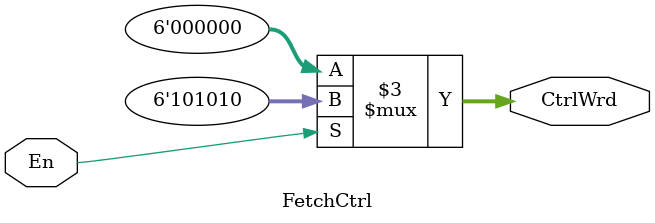
<source format=v>
`timescale 1ns / 1ps


module FetchCtrl(
        En,
        CtrlWrd
    );
    
    
    input En;
    output reg [5:0] CtrlWrd;

    always @(*) begin
        if (En)
            CtrlWrd = 6'b101010;
        else
            CtrlWrd = 6'b000000;
    end

endmodule
</source>
